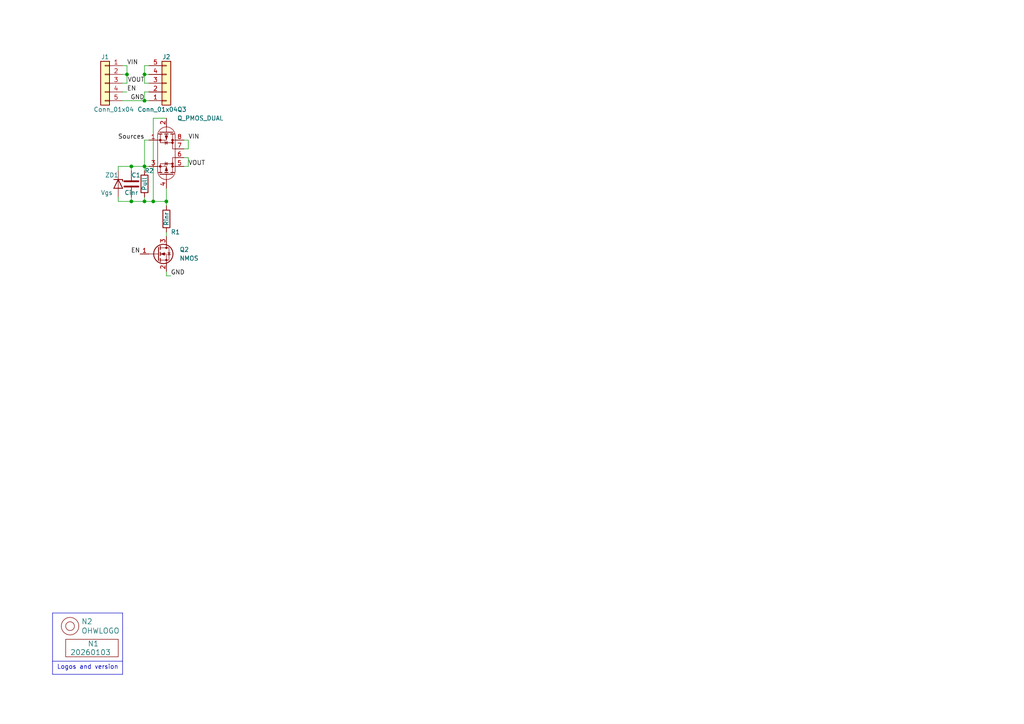
<source format=kicad_sch>
(kicad_sch (version 20250114) (generator "eeschema") (generator_version "9.0")
  (paper "A4")
  (lib_symbols
    (symbol "Connector_Generic:Conn_01x05" (pin_names (offset 1.016) (hide yes))
      (property "Reference" "J" (at 0 7.62 0))
      (property "Value" "Conn_01x05" (at 0 -7.62 0))
      (symbol "Conn_01x05_1_1"
        (rectangle (start -1.27 6.35) (end 1.27 -6.35) (stroke (width 0.254)) (fill (type background)))
        (rectangle (start -1.27 5.207) (end 0 4.953) (stroke (width 0.1524)))
        (rectangle (start -1.27 2.667) (end 0 2.413) (stroke (width 0.1524)))
        (rectangle (start -1.27 0.127) (end 0 -0.127) (stroke (width 0.1524)))
        (rectangle (start -1.27 -2.413) (end 0 -2.667) (stroke (width 0.1524)))
        (rectangle (start -1.27 -4.953) (end 0 -5.207) (stroke (width 0.1524)))
        (pin passive line (at -5.08 5.08 0) (length 3.81) (name "Pin_1") (number "1"))
        (pin passive line (at -5.08 2.54 0) (length 3.81) (name "Pin_2") (number "2"))
        (pin passive line (at -5.08 0 0) (length 3.81) (name "Pin_3") (number "3"))
        (pin passive line (at -5.08 -2.54 0) (length 3.81) (name "Pin_4") (number "4"))
        (pin passive line (at -5.08 -5.08 0) (length 3.81) (name "Pin_5") (number "5"))
      )
    )
    (symbol "Device:C" (pin_numbers (hide yes)) (pin_names (offset 0.254))
      (property "Reference" "C" (at 0.635 2.54 0))
      (property "Value" "C" (at 0.635 -2.54 0))
      (symbol "C_0_1"
        (polyline (pts (xy -2.032 0.762) (xy 2.032 0.762)) (stroke (width 0.508)))
        (polyline (pts (xy -2.032 -0.762) (xy 2.032 -0.762)) (stroke (width 0.508)))
      )
      (symbol "C_1_1"
        (pin passive line (at 0 3.81 270) (length 2.794) (name "~") (number "1"))
        (pin passive line (at 0 -3.81 90) (length 2.794) (name "~") (number "2"))
      )
    )
    (symbol "Device:D_Zener" (pin_numbers (hide yes)) (pin_names (offset 1.016) (hide yes))
      (property "Reference" "D" (at 0 2.54 0))
      (property "Value" "D_Zener" (at 0 -2.54 0))
      (symbol "D_Zener_0_1"
        (polyline (pts (xy -1.27 -1.27) (xy -1.27 1.27) (xy -0.762 1.27)) (stroke (width 0.254)))
        (polyline (pts (xy 1.27 0) (xy -1.27 0)))
        (polyline (pts (xy 1.27 -1.27) (xy 1.27 1.27) (xy -1.27 0) (xy 1.27 -1.27)) (stroke (width 0.254)))
      )
      (symbol "D_Zener_1_1"
        (pin passive line (at -3.81 0 0) (length 2.54) (name "K") (number "1"))
        (pin passive line (at 3.81 0 180) (length 2.54) (name "A") (number "2"))
      )
    )
    (symbol "Device:R" (pin_numbers (hide yes)) (pin_names (offset 0))
      (property "Reference" "R" (at 2.032 0 90))
      (property "Value" "R" (at 0 0 90))
      (symbol "R_0_1"
        (rectangle (start -1.016 -2.54) (end 1.016 2.54) (stroke (width 0.254)))
      )
      (symbol "R_1_1"
        (pin passive line (at 0 3.81 270) (length 1.27) (name "~") (number "1"))
        (pin passive line (at 0 -3.81 90) (length 1.27) (name "~") (number "2"))
      )
    )
    (symbol "SquantorDevice:Q_PMOS_dual_8pin" (pin_names (offset 0) (hide yes))
      (property "Reference" "Q" (at 7.62 2.54 0))
      (property "Value" "Q_PMOS_DUAL" (at 7.62 -2.54 0))
      (symbol "Q_PMOS_dual_8pin_0_1"
        (polyline (pts (xy -6.35 0) (xy -7.62 0)))
        (polyline (pts (xy -6.2992 0) (xy -6.096 0)))
        (polyline (pts (xy -6.096 1.905) (xy -6.096 -1.905) (xy -6.096 -1.905)) (stroke (width 0.254)))
        (polyline (pts (xy -5.588 2.286) (xy -5.588 1.27)) (stroke (width 0.254)))
        (polyline (pts (xy -5.588 1.778) (xy -3.81 1.778)))
        (polyline (pts (xy -5.588 0.508) (xy -5.588 -0.508)) (stroke (width 0.254)))
        (polyline (pts (xy -5.588 0) (xy -3.81 0)))
        (polyline (pts (xy -5.588 -1.27) (xy -5.588 -2.286)) (stroke (width 0.254)))
        (polyline (pts (xy -5.588 -1.778) (xy -3.81 -1.778)))
        (polyline (pts (xy -5.08 2.54) (xy 5.08 2.54)))
        (arc (start -5.091 -2.54) (mid -7.62 0) (end -5.091 2.54))
        (polyline (pts (xy -4.064 0) (xy -5.08 -0.381) (xy -5.08 0.381) (xy -4.064 0)) (fill (type outline)))
        (polyline (pts (xy -3.81 2.54) (xy -3.81 1.778)))
        (circle (center -3.81 1.778) (radius 0.2794) (fill (type outline)))
        (circle (center -3.81 -1.778) (radius 0.2794) (fill (type outline)))
        (polyline (pts (xy -3.81 -1.778) (xy -3.81 0)))
        (polyline (pts (xy -3.81 -1.778) (xy -3.81 -2.54)))
        (polyline (pts (xy -3.81 -1.778) (xy -3.048 -1.778) (xy -3.048 1.778) (xy -3.81 1.778)))
        (polyline (pts (xy -3.556 -0.508) (xy -3.429 -0.381) (xy -2.667 -0.381) (xy -2.54 -0.254)))
        (circle (center -3.048 1.778) (radius 0.2794) (fill (type outline)))
        (polyline (pts (xy -3.048 1.778) (xy -1.27 1.778) (xy -1.27 2.54)))
        (polyline (pts (xy -3.048 -0.381) (xy -3.429 0.254) (xy -2.667 0.254) (xy -3.048 -0.381)))
        (polyline (pts (xy 3.048 1.778) (xy 1.27 1.778) (xy 1.27 2.54)))
        (circle (center 3.048 1.778) (radius 0.2794) (fill (type outline)))
        (polyline (pts (xy 3.048 -0.381) (xy 3.429 0.254) (xy 2.667 0.254) (xy 3.048 -0.381)))
        (polyline (pts (xy 3.556 -0.508) (xy 3.429 -0.381) (xy 2.667 -0.381) (xy 2.54 -0.254)))
        (polyline (pts (xy 3.81 2.54) (xy 3.81 1.778)))
        (circle (center 3.81 1.778) (radius 0.2794) (fill (type outline)))
        (polyline (pts (xy 3.81 -1.778) (xy 3.81 0)))
        (polyline (pts (xy 3.81 -1.778) (xy 3.81 -2.54)))
        (polyline (pts (xy 3.81 -1.778) (xy 3.048 -1.778) (xy 3.048 1.778) (xy 3.81 1.778)))
        (circle (center 3.81 -1.778) (radius 0.2794) (fill (type outline)))
        (polyline (pts (xy 4.064 0) (xy 5.08 -0.381) (xy 5.08 0.381) (xy 4.064 0)) (fill (type outline)))
        (arc (start 5.091 2.54) (mid 7.62 0) (end 5.091 -2.54))
        (polyline (pts (xy 5.08 -2.54) (xy -5.08 -2.54)))
        (polyline (pts (xy 5.588 2.286) (xy 5.588 1.27)) (stroke (width 0.254)))
        (polyline (pts (xy 5.588 1.778) (xy 3.81 1.778)))
        (polyline (pts (xy 5.588 0.508) (xy 5.588 -0.508)) (stroke (width 0.254)))
        (polyline (pts (xy 5.588 0) (xy 3.81 0)))
        (polyline (pts (xy 5.588 -1.27) (xy 5.588 -2.286)) (stroke (width 0.254)))
        (polyline (pts (xy 5.588 -1.778) (xy 3.81 -1.778)))
        (polyline (pts (xy 6.096 1.905) (xy 6.096 -1.905) (xy 6.096 -1.905)) (stroke (width 0.254)))
        (polyline (pts (xy 6.2992 0) (xy 6.096 0)))
        (polyline (pts (xy 7.62 0) (xy 6.35 0)))
      )
      (symbol "Q_PMOS_dual_8pin_1_1"
        (pin input line (at -10.16 0 0) (length 2.54) (name "G1") (number "2"))
        (pin passive line (at -3.81 5.08 270) (length 2.54) (name "D1") (number "8"))
        (pin passive line (at -3.81 -5.08 90) (length 2.54) (name "S1") (number "1"))
        (pin passive line (at -1.27 5.08 270) (length 2.54) (name "D1") (number "7"))
        (pin passive line (at 1.27 5.08 270) (length 2.54) (name "D2") (number "6"))
        (pin passive line (at 3.81 5.08 270) (length 2.54) (name "D2") (number "5"))
        (pin passive line (at 3.81 -5.08 90) (length 2.54) (name "S2") (number "3"))
        (pin input line (at 10.16 0 180) (length 2.54) (name "G2") (number "4"))
      )
    )
    (symbol "SquantorLabels:OHWLOGO" (pin_names (offset 1.016))
      (property "Reference" "N" (at 0 3.81 0))
      (property "Value" "OHWLOGO" (at 0 -3.81 0))
      (symbol "OHWLOGO_0_1"
        (circle (center 0 0) (radius 1.27))
        (circle (center 0 0) (radius 2.54))
      )
    )
    (symbol "SquantorLabels:VYYYYMMDD" (pin_names (offset 1.016))
      (property "Reference" "N" (at 0 2.54 0))
      (property "Value" "VYYYYMMDD" (at 0 0 0))
      (symbol "VYYYYMMDD_0_1"
        (rectangle (start 7.62 -1.27) (end -7.62 3.81))
      )
    )
    (symbol "Transistor_FET:Q_NMOS_GSD" (pin_names (offset 0) (hide yes))
      (property "Reference" "Q" (at 5.08 1.905 0))
      (property "Value" "Q_NMOS_GSD" (at 5.08 0 0))
      (symbol "Q_NMOS_GSD_0_1"
        (polyline (pts (xy 0.254 1.905) (xy 0.254 -1.905)) (stroke (width 0.254)))
        (polyline (pts (xy 0.254 0) (xy -2.54 0)))
        (polyline (pts (xy 0.762 2.286) (xy 0.762 1.27)) (stroke (width 0.254)))
        (polyline (pts (xy 0.762 0.508) (xy 0.762 -0.508)) (stroke (width 0.254)))
        (polyline (pts (xy 0.762 -1.27) (xy 0.762 -2.286)) (stroke (width 0.254)))
        (polyline (pts (xy 0.762 -1.778) (xy 3.302 -1.778) (xy 3.302 1.778) (xy 0.762 1.778)))
        (polyline (pts (xy 1.016 0) (xy 2.032 0.381) (xy 2.032 -0.381) (xy 1.016 0)) (fill (type outline)))
        (circle (center 1.651 0) (radius 2.794) (stroke (width 0.254)))
        (polyline (pts (xy 2.54 2.54) (xy 2.54 1.778)))
        (circle (center 2.54 1.778) (radius 0.254) (fill (type outline)))
        (circle (center 2.54 -1.778) (radius 0.254) (fill (type outline)))
        (polyline (pts (xy 2.54 -2.54) (xy 2.54 0) (xy 0.762 0)))
        (polyline (pts (xy 2.921 0.381) (xy 3.683 0.381)))
        (polyline (pts (xy 3.302 0.381) (xy 2.921 -0.254) (xy 3.683 -0.254) (xy 3.302 0.381)))
      )
      (symbol "Q_NMOS_GSD_1_1"
        (pin input line (at -5.08 0 0) (length 2.54) (name "G") (number "1"))
        (pin passive line (at 2.54 5.08 270) (length 2.54) (name "D") (number "3"))
        (pin passive line (at 2.54 -5.08 90) (length 2.54) (name "S") (number "2"))
      )
    )
  )
  (text "Logos and version" (at 16.51 194.31 0) (effects (font (size 1.27 1.27)) (justify left bottom)))
  (junction (at 48.26 58.42))
  (junction (at 38.1 58.42))
  (junction (at 44.45 58.42))
  (junction (at 36.83 21.59))
  (junction (at 41.91 29.21))
  (junction (at 41.91 21.59))
  (junction (at 41.91 58.42))
  (junction (at 38.1 48.26))
  (junction (at 41.91 48.26))
  (wire (pts (xy 43.18 19.05) (xy 41.91 19.05)))
  (wire (pts (xy 48.26 58.42) (xy 48.26 59.69)))
  (wire (pts (xy 35.56 21.59) (xy 36.83 21.59)))
  (wire (pts (xy 41.91 26.67) (xy 41.91 29.21)))
  (wire (pts (xy 41.91 57.15) (xy 41.91 58.42)))
  (wire (pts (xy 36.83 19.05) (xy 36.83 21.59)))
  (wire (pts (xy 53.34 43.18) (xy 54.61 43.18)))
  (wire (pts (xy 35.56 24.13) (xy 36.83 24.13)))
  (polyline (pts (xy 15.24 177.8) (xy 15.24 195.58)))
  (wire (pts (xy 44.45 34.29) (xy 44.45 58.42)))
  (polyline (pts (xy 35.56 177.8) (xy 15.24 177.8)))
  (wire (pts (xy 48.26 78.74) (xy 48.26 80.01)))
  (wire (pts (xy 54.61 40.64) (xy 54.61 43.18)))
  (wire (pts (xy 48.26 54.61) (xy 48.26 58.42)))
  (wire (pts (xy 35.56 29.21) (xy 41.91 29.21)))
  (wire (pts (xy 34.29 48.26) (xy 38.1 48.26)))
  (wire (pts (xy 35.56 26.67) (xy 36.83 26.67)))
  (wire (pts (xy 53.34 40.64) (xy 54.61 40.64)))
  (wire (pts (xy 34.29 58.42) (xy 38.1 58.42)))
  (wire (pts (xy 41.91 29.21) (xy 43.18 29.21)))
  (wire (pts (xy 41.91 48.26) (xy 38.1 48.26)))
  (wire (pts (xy 54.61 45.72) (xy 54.61 48.26)))
  (wire (pts (xy 41.91 48.26) (xy 43.18 48.26)))
  (wire (pts (xy 36.83 24.13) (xy 36.83 21.59)))
  (wire (pts (xy 43.18 40.64) (xy 41.91 40.64)))
  (wire (pts (xy 43.18 26.67) (xy 41.91 26.67)))
  (wire (pts (xy 44.45 58.42) (xy 48.26 58.42)))
  (wire (pts (xy 41.91 19.05) (xy 41.91 21.59)))
  (wire (pts (xy 34.29 49.53) (xy 34.29 48.26)))
  (wire (pts (xy 48.26 67.31) (xy 48.26 68.58)))
  (wire (pts (xy 48.26 34.29) (xy 44.45 34.29)))
  (wire (pts (xy 41.91 40.64) (xy 41.91 48.26)))
  (wire (pts (xy 34.29 57.15) (xy 34.29 58.42)))
  (polyline (pts (xy 35.56 195.58) (xy 35.56 177.8)))
  (polyline (pts (xy 15.24 195.58) (xy 35.56 195.58)))
  (wire (pts (xy 41.91 21.59) (xy 41.91 24.13)))
  (wire (pts (xy 53.34 48.26) (xy 54.61 48.26)))
  (wire (pts (xy 41.91 21.59) (xy 43.18 21.59)))
  (wire (pts (xy 41.91 24.13) (xy 43.18 24.13)))
  (wire (pts (xy 53.34 45.72) (xy 54.61 45.72)))
  (wire (pts (xy 41.91 48.26) (xy 41.91 49.53)))
  (wire (pts (xy 48.26 80.01) (xy 49.53 80.01)))
  (wire (pts (xy 41.91 58.42) (xy 44.45 58.42)))
  (polyline (pts (xy 15.24 191.77) (xy 35.56 191.77)))
  (wire (pts (xy 38.1 58.42) (xy 41.91 58.42)))
  (wire (pts (xy 38.1 48.26) (xy 38.1 49.53)))
  (wire (pts (xy 38.1 57.15) (xy 38.1 58.42)))
  (wire (pts (xy 35.56 19.05) (xy 36.83 19.05)))
  (label "VIN" (at 54.61 40.64 0))
  (label "EN" (at 40.64 73.66 180))
  (label "Sources" (at 41.91 40.64 180))
  (label "VIN" (at 36.83 19.05 0))
  (label "EN" (at 36.83 26.67 0))
  (label "VOUT" (at 41.91 24.13 180))
  (label "VOUT" (at 54.61 48.26 0))
  (label "GND" (at 49.53 80.01 0))
  (label "GND" (at 41.91 29.21 180))
  (symbol (lib_id "SquantorLabels:VYYYYMMDD") (at 26.67 189.23 0) (unit 1)
    (property "Reference" "N1" (at 25.4 186.69 0) (effects (font (size 1.524 1.524)) (justify left)))
    (property "Value" "20260103" (at 20.32 189.23 0) (effects (font (size 1.524 1.524)) (justify left)))
    (property "Footprint" "SquantorLabels:Label_Generic" (effects (hide yes)))
  )
  (symbol (lib_id "SquantorLabels:OHWLOGO") (at 20.32 181.61 0) (unit 1)
    (property "Reference" "N2" (at 23.5712 180.2638 0) (effects (font (size 1.524 1.524)) (justify left)))
    (property "Value" "OHWLOGO" (at 23.5712 182.9562 0) (effects (font (size 1.524 1.524)) (justify left)))
    (property "Footprint" "Symbol:OSHW-Symbol_6.7x6mm_SilkScreen" (effects (hide yes)))
  )
  (symbol (lib_id "Device:R") (at 48.26 63.5 0) (unit 1)
    (property "Reference" "R1" (at 49.53 67.31 0) (effects (justify left)))
    (property "Value" "Rinr" (at 48.26 63.5 90))
    (property "Footprint" "SquantorResistor:R_0603_hand" (effects (hide yes)))
    (property "Description" "Resistor" (effects (hide yes)))
  )
  (symbol (lib_id "Device:C") (at 38.1 53.34 0) (unit 1)
    (property "Reference" "C1" (at 38.1 50.8 0) (effects (justify left)))
    (property "Value" "Cinr" (at 38.1 55.88 0))
    (property "Footprint" "SquantorCapacitor:C_0603" (effects (hide yes)))
    (property "Description" "Unpolarized capacitor" (effects (hide yes)))
  )
  (symbol (lib_id "Device:R") (at 41.91 53.34 0) (unit 1)
    (property "Reference" "R2" (at 41.91 49.53 0) (effects (justify left)))
    (property "Value" "Pull" (at 41.91 53.34 90))
    (property "Footprint" "SquantorResistor:R_0603_hand" (effects (hide yes)))
    (property "Description" "Resistor" (effects (hide yes)))
  )
  (symbol (lib_id "Connector_Generic:Conn_01x05") (at 48.26 24.13 0) (mirror x) (unit 1)
    (property "Reference" "J2" (at 48.26 16.51 0))
    (property "Value" "Conn_01x04" (at 45.72 31.75 0))
    (property "Footprint" "SquantorConnectors:Header-0254-1X05-H010" (effects (hide yes)))
    (property "Description" "Generic connector, single row, 01x05, script generated (kicad-library-utils/schlib/autogen/connector/)" (effects (hide yes)))
  )
  (symbol (lib_id "Device:D_Zener") (at 34.29 53.34 270) (unit 1)
    (property "Reference" "ZD1" (at 30.48 50.8 90) (effects (justify left)))
    (property "Value" "Vgs" (at 29.21 55.88 90) (effects (justify left)))
    (property "Footprint" "SquantorDiodes:SOD-323-nexperia-hand" (effects (hide yes)))
    (property "Description" "Zener diode" (effects (hide yes)))
  )
  (symbol (lib_id "SquantorDevice:Q_PMOS_dual_8pin") (at 48.26 44.45 270) (unit 1)
    (property "Reference" "Q3" (at 51.3781 31.75 90) (effects (justify left)))
    (property "Value" "Q_PMOS_DUAL" (at 51.3781 34.29 90) (effects (justify left)))
    (property "Footprint" "SquantorIC:SOIC-8" (effects (hide yes)))
    (property "Description" "Transistor P-MOSFET with substrate diode (general)" (effects (hide yes)))
  )
  (symbol (lib_id "Transistor_FET:Q_NMOS_GSD") (at 45.72 73.66 0) (unit 1)
    (property "Reference" "Q2" (at 52.07 72.3899 0) (effects (justify left)))
    (property "Value" "NMOS" (at 52.07 74.9299 0) (effects (justify left)))
    (property "Footprint" "SquantorIC:SOT23-3" (effects (hide yes)))
    (property "Description" "N-MOSFET transistor, gate/source/drain" (effects (hide yes)))
  )
  (symbol (lib_id "Connector_Generic:Conn_01x05") (at 30.48 24.13 0) (mirror y) (unit 1)
    (property "Reference" "J1" (at 30.48 16.51 0))
    (property "Value" "Conn_01x04" (at 33.02 31.75 0))
    (property "Footprint" "SquantorConnectors:Header-0254-1X05-H010" (effects (hide yes)))
    (property "Description" "Generic connector, single row, 01x05, script generated (kicad-library-utils/schlib/autogen/connector/)" (effects (hide yes)))
  )
)
</source>
